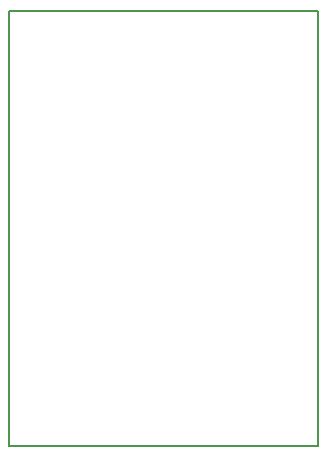
<source format=gm1>
G04 #@! TF.FileFunction,Profile,NP*
%FSLAX46Y46*%
G04 Gerber Fmt 4.6, Leading zero omitted, Abs format (unit mm)*
G04 Created by KiCad (PCBNEW 4.0.7-e2-6376~58~ubuntu16.04.1) date Thu Jan  4 23:54:05 2018*
%MOMM*%
%LPD*%
G01*
G04 APERTURE LIST*
%ADD10C,0.020000*%
%ADD11C,0.150000*%
G04 APERTURE END LIST*
D10*
D11*
X143510000Y-142494000D02*
X144526000Y-142494000D01*
X143510000Y-105664000D02*
X143510000Y-142494000D01*
X144526000Y-105664000D02*
X143510000Y-105664000D01*
X169672000Y-142494000D02*
X168402000Y-142494000D01*
X169672000Y-105664000D02*
X169672000Y-142494000D01*
X168402000Y-105664000D02*
X169672000Y-105664000D01*
X144526000Y-105664000D02*
X168402000Y-105664000D01*
X144526000Y-142494000D02*
X168402000Y-142494000D01*
X168402000Y-142494000D02*
X144526000Y-142494000D01*
M02*

</source>
